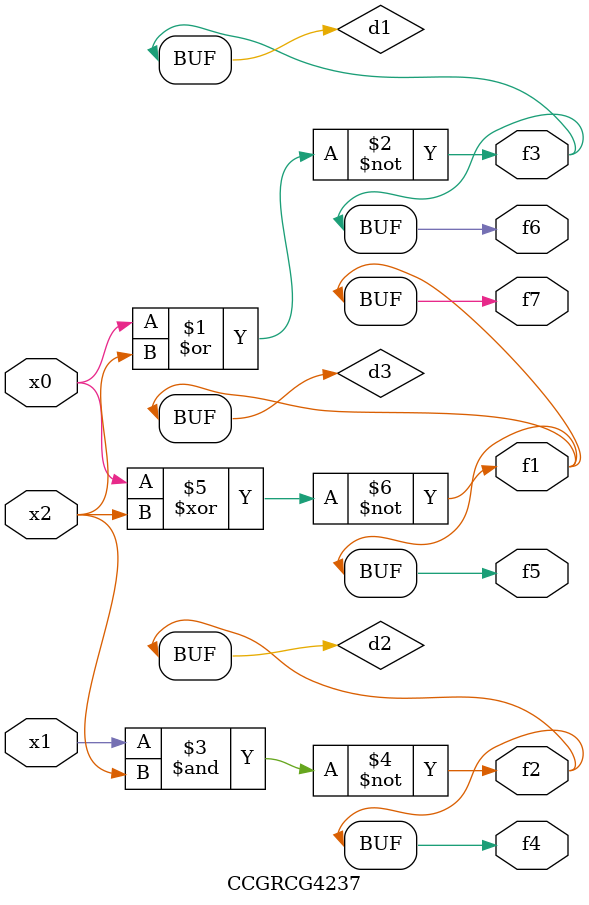
<source format=v>
module CCGRCG4237(
	input x0, x1, x2,
	output f1, f2, f3, f4, f5, f6, f7
);

	wire d1, d2, d3;

	nor (d1, x0, x2);
	nand (d2, x1, x2);
	xnor (d3, x0, x2);
	assign f1 = d3;
	assign f2 = d2;
	assign f3 = d1;
	assign f4 = d2;
	assign f5 = d3;
	assign f6 = d1;
	assign f7 = d3;
endmodule

</source>
